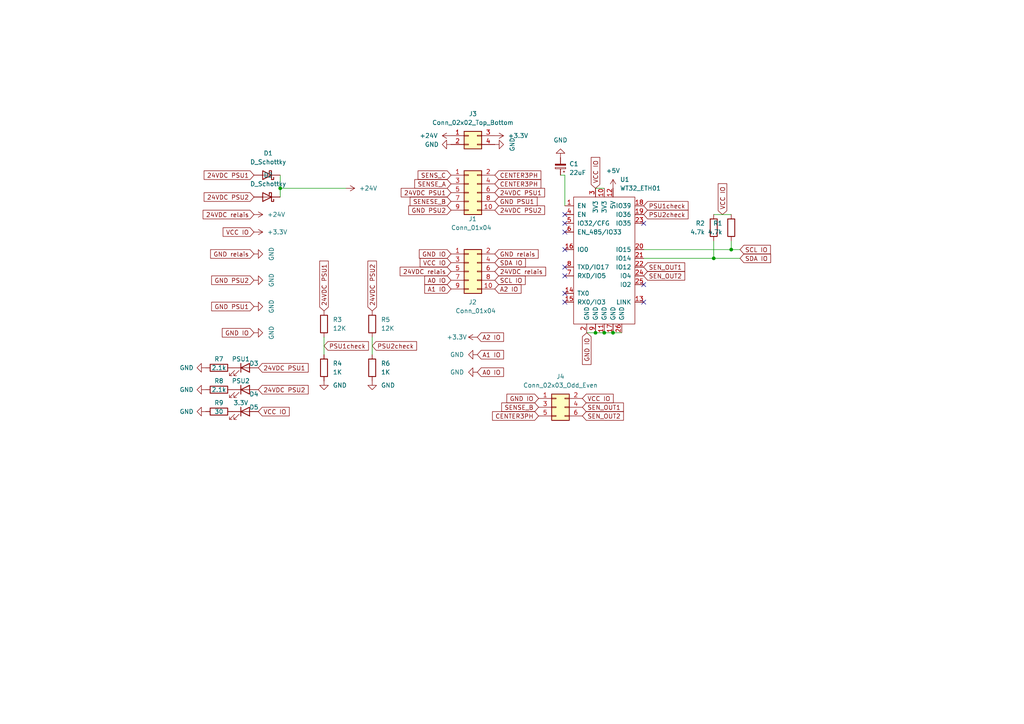
<source format=kicad_sch>
(kicad_sch (version 20211123) (generator eeschema)
  (paper "A4")
  (lib_symbols
    (symbol "Connector_Generic:Conn_02x02_Top_Bottom" (pin_names (offset 1.016) hide)
      (property "Reference" "J" (at 1.27 2.54 0))
      (property "Value" "Conn_02x02_Top_Bottom" (at 1.27 -5.08 0))
      (symbol "Conn_02x02_Top_Bottom_1_1"
        (rectangle (start -1.27 -2.413) (end 0 -2.667) (stroke (width 0.1524)))
        (rectangle (start -1.27 0.127) (end 0 -0.127) (stroke (width 0.1524)))
        (rectangle (start -1.27 1.27) (end 3.81 -3.81) (stroke (width 0.254)) (fill (type background)))
        (rectangle (start 3.81 -2.413) (end 2.54 -2.667) (stroke (width 0.1524)))
        (rectangle (start 3.81 0.127) (end 2.54 -0.127) (stroke (width 0.1524)))
        (pin passive line (at -5.08 0 0) (length 3.81) (name "Pin_1") (number "1"))
        (pin passive line (at -5.08 -2.54 0) (length 3.81) (name "Pin_2") (number "2"))
        (pin passive line (at 7.62 0 180) (length 3.81) (name "Pin_3") (number "3"))
        (pin passive line (at 7.62 -2.54 180) (length 3.81) (name "Pin_4") (number "4"))
      )
    )
    (symbol "Connector_Generic:Conn_02x03_Odd_Even" (pin_names (offset 1.016) hide)
      (property "Reference" "J" (at 1.27 5.08 0))
      (property "Value" "Conn_02x03_Odd_Even" (at 1.27 -5.08 0))
      (symbol "Conn_02x03_Odd_Even_1_1"
        (rectangle (start -1.27 -2.413) (end 0 -2.667) (stroke (width 0.1524)))
        (rectangle (start -1.27 0.127) (end 0 -0.127) (stroke (width 0.1524)))
        (rectangle (start -1.27 2.667) (end 0 2.413) (stroke (width 0.1524)))
        (rectangle (start -1.27 3.81) (end 3.81 -3.81) (stroke (width 0.254)) (fill (type background)))
        (rectangle (start 3.81 -2.413) (end 2.54 -2.667) (stroke (width 0.1524)))
        (rectangle (start 3.81 0.127) (end 2.54 -0.127) (stroke (width 0.1524)))
        (rectangle (start 3.81 2.667) (end 2.54 2.413) (stroke (width 0.1524)))
        (pin passive line (at -5.08 2.54 0) (length 3.81) (name "Pin_1") (number "1"))
        (pin passive line (at 7.62 2.54 180) (length 3.81) (name "Pin_2") (number "2"))
        (pin passive line (at -5.08 0 0) (length 3.81) (name "Pin_3") (number "3"))
        (pin passive line (at 7.62 0 180) (length 3.81) (name "Pin_4") (number "4"))
        (pin passive line (at -5.08 -2.54 0) (length 3.81) (name "Pin_5") (number "5"))
        (pin passive line (at 7.62 -2.54 180) (length 3.81) (name "Pin_6") (number "6"))
      )
    )
    (symbol "Connector_Generic:Conn_02x05_Odd_Even" (pin_names (offset 1.016) hide)
      (property "Reference" "J" (at 1.27 7.62 0))
      (property "Value" "Conn_02x05_Odd_Even" (at 1.27 -7.62 0))
      (symbol "Conn_02x05_Odd_Even_1_1"
        (rectangle (start -1.27 -4.953) (end 0 -5.207) (stroke (width 0.1524)))
        (rectangle (start -1.27 -2.413) (end 0 -2.667) (stroke (width 0.1524)))
        (rectangle (start -1.27 0.127) (end 0 -0.127) (stroke (width 0.1524)))
        (rectangle (start -1.27 2.667) (end 0 2.413) (stroke (width 0.1524)))
        (rectangle (start -1.27 5.207) (end 0 4.953) (stroke (width 0.1524)))
        (rectangle (start -1.27 6.35) (end 3.81 -6.35) (stroke (width 0.254)) (fill (type background)))
        (rectangle (start 3.81 -4.953) (end 2.54 -5.207) (stroke (width 0.1524)))
        (rectangle (start 3.81 -2.413) (end 2.54 -2.667) (stroke (width 0.1524)))
        (rectangle (start 3.81 0.127) (end 2.54 -0.127) (stroke (width 0.1524)))
        (rectangle (start 3.81 2.667) (end 2.54 2.413) (stroke (width 0.1524)))
        (rectangle (start 3.81 5.207) (end 2.54 4.953) (stroke (width 0.1524)))
        (pin passive line (at -5.08 5.08 0) (length 3.81) (name "Pin_1") (number "1"))
        (pin passive line (at 7.62 -5.08 180) (length 3.81) (name "Pin_10") (number "10"))
        (pin passive line (at 7.62 5.08 180) (length 3.81) (name "Pin_2") (number "2"))
        (pin passive line (at -5.08 2.54 0) (length 3.81) (name "Pin_3") (number "3"))
        (pin passive line (at 7.62 2.54 180) (length 3.81) (name "Pin_4") (number "4"))
        (pin passive line (at -5.08 0 0) (length 3.81) (name "Pin_5") (number "5"))
        (pin passive line (at 7.62 0 180) (length 3.81) (name "Pin_6") (number "6"))
        (pin passive line (at -5.08 -2.54 0) (length 3.81) (name "Pin_7") (number "7"))
        (pin passive line (at 7.62 -2.54 180) (length 3.81) (name "Pin_8") (number "8"))
        (pin passive line (at -5.08 -5.08 0) (length 3.81) (name "Pin_9") (number "9"))
      )
    )
    (symbol "Device:C_Polarized_Small" (pin_numbers hide) (pin_names (offset 0.254) hide)
      (property "Reference" "C" (at 0.254 1.778 0))
      (property "Value" "C_Polarized_Small" (at 0.254 -2.032 0))
      (symbol "C_Polarized_Small_0_1"
        (rectangle (start -1.524 -0.3048) (end 1.524 -0.6858) (fill (type outline)))
        (rectangle (start -1.524 0.6858) (end 1.524 0.3048))
        (polyline (pts (xy -1.27 1.524) (xy -0.762 1.524)))
        (polyline (pts (xy -1.016 1.27) (xy -1.016 1.778)))
      )
      (symbol "C_Polarized_Small_1_1"
        (pin passive line (at 0 2.54 270) (length 1.8542) (name "~") (number "1"))
        (pin passive line (at 0 -2.54 90) (length 1.8542) (name "~") (number "2"))
      )
    )
    (symbol "Device:D_Schottky" (pin_numbers hide) (pin_names (offset 1.016) hide)
      (property "Reference" "D" (at 0 2.54 0))
      (property "Value" "D_Schottky" (at 0 -2.54 0))
      (symbol "D_Schottky_0_1"
        (polyline (pts (xy 1.27 0) (xy -1.27 0)))
        (polyline (pts (xy 1.27 1.27) (xy 1.27 -1.27) (xy -1.27 0) (xy 1.27 1.27)) (stroke (width 0.254)))
        (polyline (pts (xy -1.905 0.635) (xy -1.905 1.27) (xy -1.27 1.27) (xy -1.27 -1.27) (xy -0.635 -1.27) (xy -0.635 -0.635)) (stroke (width 0.254)))
      )
      (symbol "D_Schottky_1_1"
        (pin passive line (at -3.81 0 0) (length 2.54) (name "K") (number "1"))
        (pin passive line (at 3.81 0 180) (length 2.54) (name "A") (number "2"))
      )
    )
    (symbol "Device:LED" (pin_numbers hide) (pin_names (offset 1.016) hide)
      (property "Reference" "D" (at 0 2.54 0))
      (property "Value" "LED" (at 0 -2.54 0))
      (symbol "LED_0_1"
        (polyline (pts (xy -1.27 -1.27) (xy -1.27 1.27)) (stroke (width 0.254)))
        (polyline (pts (xy -1.27 0) (xy 1.27 0)))
        (polyline (pts (xy 1.27 -1.27) (xy 1.27 1.27) (xy -1.27 0) (xy 1.27 -1.27)) (stroke (width 0.254)))
        (polyline (pts (xy -3.048 -0.762) (xy -4.572 -2.286) (xy -3.81 -2.286) (xy -4.572 -2.286) (xy -4.572 -1.524)))
        (polyline (pts (xy -1.778 -0.762) (xy -3.302 -2.286) (xy -2.54 -2.286) (xy -3.302 -2.286) (xy -3.302 -1.524)))
      )
      (symbol "LED_1_1"
        (pin passive line (at -3.81 0 0) (length 2.54) (name "K") (number "1"))
        (pin passive line (at 3.81 0 180) (length 2.54) (name "A") (number "2"))
      )
    )
    (symbol "Device:R" (pin_numbers hide) (pin_names (offset 0))
      (property "Reference" "R" (at 2.032 0 90))
      (property "Value" "R" (at 0 0 90))
      (symbol "R_0_1"
        (rectangle (start -1.016 -2.54) (end 1.016 2.54) (stroke (width 0.254)))
      )
      (symbol "R_1_1"
        (pin passive line (at 0 3.81 270) (length 1.27) (name "~") (number "1"))
        (pin passive line (at 0 -3.81 90) (length 1.27) (name "~") (number "2"))
      )
    )
    (symbol "GND_1" (power) (pin_names (offset 0))
      (property "Value" "GND_1" (at 0 -3.81 0))
      (symbol "GND_1_0_1"
        (polyline (pts (xy 0 0) (xy 0 -1.27) (xy 1.27 -1.27) (xy 0 -2.54) (xy -1.27 -1.27) (xy 0 -1.27)))
      )
      (symbol "GND_1_1_1"
        (pin power_in line (at 0 0 270) (length 0) hide (name "GND") (number "1"))
      )
    )
    (symbol "haus-automatisierung:WT32_ETH01" (pin_names (offset 1.016))
      (property "Reference" "U" (at 5.08 -1.27 0))
      (property "Value" "WT32_ETH01" (at 5.08 -3.81 0))
      (symbol "WT32_ETH01_0_1"
        (rectangle (start -8.89 -6.35) (end 8.89 -43.18))
      )
      (symbol "WT32_ETH01_1_1"
        (pin input line (at -11.43 -8.89 0) (length 2.54) (name "EN") (number "1"))
        (pin power_in line (at 0 -3.81 270) (length 2.54) (name "3V3") (number "10"))
        (pin power_in line (at 0 -45.72 90) (length 2.54) (name "GND") (number "11"))
        (pin power_in line (at 2.54 -3.81 270) (length 2.54) (name "5V") (number "12"))
        (pin output line (at 11.43 -36.83 180) (length 2.54) (name "LINK") (number "13"))
        (pin input line (at -11.43 -34.29 0) (length 2.54) (name "TX0") (number "14"))
        (pin input line (at -11.43 -36.83 0) (length 2.54) (name "RX0/IO3") (number "15"))
        (pin input line (at -11.43 -21.59 0) (length 2.54) (name "IO0") (number "16"))
        (pin input line (at 2.54 -45.72 90) (length 2.54) (name "GND") (number "17"))
        (pin input line (at 11.43 -8.89 180) (length 2.54) (name "IO39") (number "18"))
        (pin input line (at 11.43 -11.43 180) (length 2.54) (name "IO36") (number "19"))
        (pin power_in line (at -5.08 -45.72 90) (length 2.54) (name "GND") (number "2"))
        (pin bidirectional line (at 11.43 -21.59 180) (length 2.54) (name "IO15") (number "20"))
        (pin bidirectional line (at 11.43 -24.13 180) (length 2.54) (name "IO14") (number "21"))
        (pin bidirectional line (at 11.43 -26.67 180) (length 2.54) (name "IO12") (number "22"))
        (pin input line (at 11.43 -13.97 180) (length 2.54) (name "IO35") (number "23"))
        (pin bidirectional line (at 11.43 -29.21 180) (length 2.54) (name "IO4") (number "24"))
        (pin bidirectional line (at 11.43 -31.75 180) (length 2.54) (name "IO2") (number "25"))
        (pin input line (at 5.08 -45.72 90) (length 2.54) (name "GND") (number "26"))
        (pin power_in line (at -2.54 -3.81 270) (length 2.54) (name "3V3") (number "3"))
        (pin input line (at -11.43 -11.43 0) (length 2.54) (name "EN") (number "4"))
        (pin input line (at -11.43 -13.97 0) (length 2.54) (name "IO32/CFG") (number "5"))
        (pin input line (at -11.43 -16.51 0) (length 2.54) (name "EN_485/IO33") (number "6"))
        (pin input line (at -11.43 -29.21 0) (length 2.54) (name "RXD/IO5") (number "7"))
        (pin input line (at -11.43 -26.67 0) (length 2.54) (name "TXD/IO17") (number "8"))
        (pin power_in line (at -2.54 -45.72 90) (length 2.54) (name "GND") (number "9"))
      )
    )
    (symbol "power:+24V" (power) (pin_names (offset 0))
      (property "Value" "+24V" (at 0 3.556 0))
      (symbol "+24V_0_1"
        (polyline (pts (xy -0.762 1.27) (xy 0 2.54)))
        (polyline (pts (xy 0 0) (xy 0 2.54)))
        (polyline (pts (xy 0 2.54) (xy 0.762 1.27)))
      )
      (symbol "+24V_1_1"
        (pin power_in line (at 0 0 90) (length 0) hide (name "+24V") (number "1"))
      )
    )
    (symbol "power:+3.3V" (power) (pin_names (offset 0))
      (property "Value" "+3.3V" (at 0 3.556 0))
      (symbol "+3.3V_0_1"
        (polyline (pts (xy -0.762 1.27) (xy 0 2.54)))
        (polyline (pts (xy 0 0) (xy 0 2.54)))
        (polyline (pts (xy 0 2.54) (xy 0.762 1.27)))
      )
      (symbol "+3.3V_1_1"
        (pin power_in line (at 0 0 90) (length 0) hide (name "+3.3V") (number "1"))
      )
    )
    (symbol "power:+5V" (power) (pin_names (offset 0))
      (property "Value" "+5V" (at 0 3.556 0))
      (symbol "+5V_0_1"
        (polyline (pts (xy -0.762 1.27) (xy 0 2.54)))
        (polyline (pts (xy 0 0) (xy 0 2.54)))
        (polyline (pts (xy 0 2.54) (xy 0.762 1.27)))
      )
      (symbol "+5V_1_1"
        (pin power_in line (at 0 0 90) (length 0) hide (name "+5V") (number "1"))
      )
    )
    (symbol "power:GND" (power) (pin_names (offset 0))
      (property "Value" "GND" (at 0 -3.81 0))
      (symbol "GND_0_1"
        (polyline (pts (xy 0 0) (xy 0 -1.27) (xy 1.27 -1.27) (xy 0 -2.54) (xy -1.27 -1.27) (xy 0 -1.27)))
      )
      (symbol "GND_1_1"
        (pin power_in line (at 0 0 270) (length 0) hide (name "GND") (number "1"))
      )
    )
  )
  (junction (at 212.09 72.39))
  (junction (at 207.01 74.93))
  (junction (at 175.26 96.52))
  (junction (at 81.28 54.61))
  (junction (at 172.72 96.52))
  (junction (at 177.8 96.52))
  (no_connect (at 163.83 64.77))
  (no_connect (at 163.83 80.01))
  (no_connect (at 163.83 77.47))
  (no_connect (at 163.83 72.39))
  (no_connect (at 163.83 85.09))
  (no_connect (at 163.83 87.63))
  (no_connect (at 186.69 87.63))
  (no_connect (at 163.83 62.23))
  (no_connect (at 163.83 67.31))
  (no_connect (at 186.69 82.55))
  (no_connect (at 186.69 64.77))
  (wire (pts (xy 175.26 96.52) (xy 177.8 96.52)))
  (wire (pts (xy 177.8 96.52) (xy 180.34 96.52)))
  (wire (pts (xy 214.63 72.39) (xy 212.09 72.39)))
  (wire (pts (xy 214.63 74.93) (xy 207.01 74.93)))
  (wire (pts (xy 163.83 50.8) (xy 162.56 50.8)))
  (wire (pts (xy 163.83 59.69) (xy 163.83 50.8)))
  (wire (pts (xy 172.72 96.52) (xy 175.26 96.52)))
  (wire (pts (xy 93.98 97.79) (xy 93.98 102.87)))
  (wire (pts (xy 81.28 54.61) (xy 100.33 54.61)))
  (wire (pts (xy 207.01 69.85) (xy 207.01 74.93)))
  (wire (pts (xy 81.28 50.8) (xy 81.28 54.61)))
  (wire (pts (xy 81.28 54.61) (xy 81.28 57.15)))
  (wire (pts (xy 186.69 74.93) (xy 207.01 74.93)))
  (wire (pts (xy 212.09 69.85) (xy 212.09 72.39)))
  (wire (pts (xy 107.95 97.79) (xy 107.95 102.87)))
  (wire (pts (xy 172.72 54.61) (xy 175.26 54.61)))
  (wire (pts (xy 170.18 96.52) (xy 172.72 96.52)))
  (wire (pts (xy 212.09 62.23) (xy 207.01 62.23)))
  (wire (pts (xy 186.69 72.39) (xy 212.09 72.39)))
  (global_label "PSU2check" (shape input) (at 107.95 100.33 0) (property "Intersheet References" "${INTERSHEET_REFS}" (effects hide)))
  (global_label "24VDC PSU1" (shape input) (at 73.66 50.8 180) (property "Intersheet References" "${INTERSHEET_REFS}" (effects hide)))
  (global_label "GND PSU1" (shape input) (at 73.66 88.9 180) (property "Intersheet References" "${INTERSHEET_REFS}" (effects hide)))
  (global_label "24VDC PSU1" (shape input) (at 93.98 90.17 90) (property "Intersheet References" "${INTERSHEET_REFS}" (effects hide)))
  (global_label "24VDC PSU2" (shape input) (at 107.95 90.17 90) (property "Intersheet References" "${INTERSHEET_REFS}" (effects hide)))
  (global_label "GND IO" (shape input) (at 170.18 96.52 270) (property "Intersheet References" "${INTERSHEET_REFS}" (effects hide)))
  (global_label "SCL IO" (shape input) (at 214.63 72.39 0) (property "Intersheet References" "${INTERSHEET_REFS}" (effects hide)))
  (global_label "24VDC PSU1" (shape input) (at 143.51 55.88 0) (property "Intersheet References" "${INTERSHEET_REFS}" (effects hide)))
  (global_label "A0 IO" (shape input) (at 138.43 107.95 0) (property "Intersheet References" "${INTERSHEET_REFS}" (effects hide)))
  (global_label "SEN_OUT2" (shape input) (at 168.91 120.65 0) (property "Intersheet References" "${INTERSHEET_REFS}" (effects hide)))
  (global_label "24VDC PSU2" (shape input) (at 74.93 113.03 0) (property "Intersheet References" "${INTERSHEET_REFS}" (effects hide)))
  (global_label "SCL IO" (shape input) (at 143.51 81.28 0) (property "Intersheet References" "${INTERSHEET_REFS}" (effects hide)))
  (global_label "VCC IO" (shape input) (at 172.72 54.61 90) (property "Intersheet References" "${INTERSHEET_REFS}" (effects hide)))
  (global_label "24VDC relais" (shape input) (at 73.66 62.23 180) (property "Intersheet References" "${INTERSHEET_REFS}" (effects hide)))
  (global_label "GND PSU1" (shape input) (at 143.51 58.42 0) (property "Intersheet References" "${INTERSHEET_REFS}" (effects hide)))
  (global_label "CENTER3PH" (shape input) (at 143.51 50.8 0) (property "Intersheet References" "${INTERSHEET_REFS}" (effects hide)))
  (global_label "GND IO" (shape input) (at 156.21 115.57 180) (property "Intersheet References" "${INTERSHEET_REFS}" (effects hide)))
  (global_label "GND relais" (shape input) (at 143.51 73.66 0) (property "Intersheet References" "${INTERSHEET_REFS}" (effects hide)))
  (global_label "SDA IO" (shape input) (at 143.51 76.2 0) (property "Intersheet References" "${INTERSHEET_REFS}" (effects hide)))
  (global_label "SENSE_A" (shape input) (at 130.81 53.34 180) (property "Intersheet References" "${INTERSHEET_REFS}" (effects hide)))
  (global_label "SENS_C" (shape input) (at 130.81 50.8 180) (property "Intersheet References" "${INTERSHEET_REFS}" (effects hide)))
  (global_label "24VDC relais" (shape input) (at 130.81 78.74 180) (property "Intersheet References" "${INTERSHEET_REFS}" (effects hide)))
  (global_label "24VDC relais" (shape input) (at 143.51 78.74 0) (property "Intersheet References" "${INTERSHEET_REFS}" (effects hide)))
  (global_label "GND IO" (shape input) (at 130.81 73.66 180) (property "Intersheet References" "${INTERSHEET_REFS}" (effects hide)))
  (global_label "SEN_OUT2" (shape input) (at 186.69 80.01 0) (property "Intersheet References" "${INTERSHEET_REFS}" (effects hide)))
  (global_label "GND PSU2" (shape input) (at 130.81 60.96 180) (property "Intersheet References" "${INTERSHEET_REFS}" (effects hide)))
  (global_label "VCC IO" (shape input) (at 73.66 67.31 180) (property "Intersheet References" "${INTERSHEET_REFS}" (effects hide)))
  (global_label "A1 IO" (shape input) (at 138.43 102.87 0) (property "Intersheet References" "${INTERSHEET_REFS}" (effects hide)))
  (global_label "VCC IO" (shape input) (at 130.81 76.2 180) (property "Intersheet References" "${INTERSHEET_REFS}" (effects hide)))
  (global_label "VCC IO" (shape input) (at 168.91 115.57 0) (property "Intersheet References" "${INTERSHEET_REFS}" (effects hide)))
  (global_label "CENTER3PH" (shape input) (at 143.51 53.34 0) (property "Intersheet References" "${INTERSHEET_REFS}" (effects hide)))
  (global_label "SEN_OUT1" (shape input) (at 186.69 77.47 0) (property "Intersheet References" "${INTERSHEET_REFS}" (effects hide)))
  (global_label "GND IO" (shape input) (at 73.66 96.52 180) (property "Intersheet References" "${INTERSHEET_REFS}" (effects hide)))
  (global_label "SEN_OUT1" (shape input) (at 168.91 118.11 0) (property "Intersheet References" "${INTERSHEET_REFS}" (effects hide)))
  (global_label "24VDC PSU2" (shape input) (at 143.51 60.96 0) (property "Intersheet References" "${INTERSHEET_REFS}" (effects hide)))
  (global_label "24VDC PSU1" (shape input) (at 74.93 106.68 0) (property "Intersheet References" "${INTERSHEET_REFS}" (effects hide)))
  (global_label "VCC IO" (shape input) (at 209.55 62.23 90) (property "Intersheet References" "${INTERSHEET_REFS}" (effects hide)))
  (global_label "SDA IO" (shape input) (at 214.63 74.93 0) (property "Intersheet References" "${INTERSHEET_REFS}" (effects hide)))
  (global_label "VCC IO" (shape input) (at 74.93 119.38 0) (property "Intersheet References" "${INTERSHEET_REFS}" (effects hide)))
  (global_label "GND PSU2" (shape input) (at 73.66 81.28 180) (property "Intersheet References" "${INTERSHEET_REFS}" (effects hide)))
  (global_label "PSU1check" (shape input) (at 186.69 59.69 0) (property "Intersheet References" "${INTERSHEET_REFS}" (effects hide)))
  (global_label "SENESE_B" (shape input) (at 130.81 58.42 180) (property "Intersheet References" "${INTERSHEET_REFS}" (effects hide)))
  (global_label "PSU1check" (shape input) (at 93.98 100.33 0) (property "Intersheet References" "${INTERSHEET_REFS}" (effects hide)))
  (global_label "PSU2check" (shape input) (at 186.69 62.23 0) (property "Intersheet References" "${INTERSHEET_REFS}" (effects hide)))
  (global_label "24VDC PSU2" (shape input) (at 73.66 57.15 180) (property "Intersheet References" "${INTERSHEET_REFS}" (effects hide)))
  (global_label "SENSE_B" (shape input) (at 156.21 118.11 180) (property "Intersheet References" "${INTERSHEET_REFS}" (effects hide)))
  (global_label "A2 IO" (shape input) (at 138.43 97.79 0) (property "Intersheet References" "${INTERSHEET_REFS}" (effects hide)))
  (global_label "GND relais" (shape input) (at 73.66 73.66 180) (property "Intersheet References" "${INTERSHEET_REFS}" (effects hide)))
  (global_label "24VDC PSU1" (shape input) (at 130.81 55.88 180) (property "Intersheet References" "${INTERSHEET_REFS}" (effects hide)))
  (global_label "A1 IO" (shape input) (at 130.81 83.82 180) (property "Intersheet References" "${INTERSHEET_REFS}" (effects hide)))
  (global_label "A2 IO" (shape input) (at 143.51 83.82 0) (property "Intersheet References" "${INTERSHEET_REFS}" (effects hide)))
  (global_label "CENTER3PH" (shape input) (at 156.21 120.65 180) (property "Intersheet References" "${INTERSHEET_REFS}" (effects hide)))
  (global_label "A0 IO" (shape input) (at 130.81 81.28 180) (property "Intersheet References" "${INTERSHEET_REFS}" (effects hide)))
  (symbol (lib_id "Device:R") (at 212.09 66.04 0) (mirror y) (unit 1)
    (property "Reference" "R1" (at 209.55 64.7699 0) (effects (justify left)))
    (property "Value" "4.7k" (at 209.55 67.3099 0) (effects (justify left)))
    (property "Footprint" "Resistor_SMD:R_0805_2012Metric" (effects hide))
  )
  (symbol (lib_id "Device:R") (at 63.5 119.38 90) (unit 1)
    (property "Reference" "R9" (at 63.5 116.84 90))
    (property "Value" "30" (at 63.5 119.38 90))
    (property "Footprint" "Resistor_SMD:R_0805_2012Metric" (effects hide))
  )
  (symbol (lib_id "power:GND") (at 73.66 88.9 90) (unit 1)
    (property "Reference" "#PWR0113" (effects hide))
    (property "Value" "GND" (at 78.74 88.9 0))
  )
  (symbol (lib_id "power:GND") (at 59.69 106.68 270) (unit 1)
    (property "Reference" "#PWR0118" (effects hide))
    (property "Value" "GND" (at 52.07 106.68 90) (effects (justify left)))
  )
  (symbol (lib_id "Device:D_Schottky") (at 77.47 50.8 180) (unit 1)
    (property "Reference" "D1" (at 77.7875 44.45 0))
    (property "Value" "D_Schottky" (at 77.7875 46.99 0))
    (property "Footprint" "Diode_SMD:D_0805_2012Metric" (effects hide))
  )
  (symbol (lib_id "power:GND") (at 59.69 119.38 270) (unit 1)
    (property "Reference" "#PWR0116" (effects hide))
    (property "Value" "GND" (at 52.07 119.38 90) (effects (justify left)))
  )
  (symbol (lib_id "power:GND") (at 93.98 110.49 0) (unit 1)
    (property "Reference" "#PWR0115" (effects hide))
    (property "Value" "GND" (at 96.52 111.7599 0) (effects (justify left)))
  )
  (symbol (lib_id "power:+3.3V") (at 73.66 67.31 270) (unit 1)
    (property "Reference" "#PWR0110" (effects hide))
    (property "Value" "+3.3V" (at 77.47 67.3099 90) (effects (justify left)))
  )
  (symbol (lib_id "Connector_Generic:Conn_02x02_Top_Bottom") (at 135.89 39.37 0) (unit 1)
    (property "Reference" "J3" (at 137.16 33.02 0))
    (property "Value" "Conn_02x02_Top_Bottom" (at 137.16 35.56 0))
    (property "Footprint" "powerbar_pcb:mini_dc_stepdown" (effects hide))
  )
  (symbol (lib_id "power:GND") (at 138.43 102.87 270) (unit 1)
    (property "Reference" "#PWR01" (effects hide))
    (property "Value" "GND" (at 134.62 102.8699 90) (effects (justify right)))
  )
  (symbol (lib_id "Connector_Generic:Conn_02x05_Odd_Even") (at 135.89 55.88 0) (unit 1)
    (property "Reference" "J1" (at 135.89 63.5 0) (effects (justify left)))
    (property "Value" "Conn_01x04" (at 130.81 66.04 0) (effects (justify left)))
    (property "Footprint" "Connector_PinHeader_2.00mm:PinHeader_2x05_P2.00mm_Vertical" (effects hide))
  )
  (symbol (lib_id "Device:LED") (at 71.12 106.68 0) (unit 1)
    (property "Reference" "D3" (at 73.66 105.41 0))
    (property "Value" "PSU1" (at 69.85 104.14 0))
    (property "Footprint" "LED_SMD:LED_0805_2012Metric" (effects hide))
  )
  (symbol (lib_id "Connector_Generic:Conn_02x05_Odd_Even") (at 135.89 78.74 0) (unit 1)
    (property "Reference" "J2" (at 135.89 87.63 0) (effects (justify left)))
    (property "Value" "Conn_01x04" (at 132.08 90.17 0) (effects (justify left)))
    (property "Footprint" "Connector_PinHeader_2.00mm:PinHeader_2x05_P2.00mm_Vertical" (effects hide))
  )
  (symbol (lib_id "power:GND") (at 73.66 81.28 90) (unit 1)
    (property "Reference" "#PWR0103" (effects hide))
    (property "Value" "GND" (at 78.74 81.28 0))
  )
  (symbol (lib_id "Device:R") (at 63.5 106.68 90) (unit 1)
    (property "Reference" "R7" (at 63.5 104.14 90))
    (property "Value" "2.1k" (at 63.5 106.68 90))
    (property "Footprint" "Resistor_SMD:R_0805_2012Metric" (effects hide))
  )
  (symbol (lib_id "Device:C_Polarized_Small") (at 162.56 48.26 180) (unit 1)
    (property "Reference" "C1" (at 165.1 47.536 0) (effects (justify right)))
    (property "Value" "22uF" (at 165.1 50.076 0) (effects (justify right)))
    (property "Footprint" "Capacitor_THT:CP_Radial_D6.3mm_P2.50mm" (effects hide))
  )
  (symbol (lib_id "power:+24V") (at 100.33 54.61 270) (unit 1)
    (property "Reference" "#PWR0108" (effects hide))
    (property "Value" "+24V" (at 104.14 54.61 90) (effects (justify left)))
  )
  (symbol (lib_id "power:GND") (at 143.51 41.91 90) (unit 1)
    (property "Reference" "#PWR0105" (effects hide))
    (property "Value" "GND" (at 148.59 41.91 0))
  )
  (symbol (lib_name "GND_1") (lib_id "power:GND") (at 162.56 45.72 180) (unit 1)
    (property "Reference" "#PWR04" (effects hide))
    (property "Value" "GND" (at 162.56 40.64 0))
  )
  (symbol (lib_id "Device:R") (at 207.01 66.04 0) (unit 1)
    (property "Reference" "R2" (at 204.47 64.7699 0) (effects (justify right)))
    (property "Value" "4.7k" (at 204.47 67.3099 0) (effects (justify right)))
    (property "Footprint" "Resistor_SMD:R_0805_2012Metric" (effects hide))
  )
  (symbol (lib_id "power:+5V") (at 177.8 54.61 0) (unit 1)
    (property "Reference" "#PWR0107" (effects hide))
    (property "Value" "+5V" (at 177.8 49.53 0))
  )
  (symbol (lib_id "power:GND") (at 138.43 107.95 270) (unit 1)
    (property "Reference" "#PWR03" (effects hide))
    (property "Value" "GND" (at 134.62 107.9499 90) (effects (justify right)))
  )
  (symbol (lib_id "power:+3.3V") (at 138.43 97.79 90) (unit 1)
    (property "Reference" "#PWR02" (effects hide))
    (property "Value" "+3.3V" (at 129.54 97.79 90) (effects (justify right)))
  )
  (symbol (lib_id "power:GND") (at 73.66 96.52 90) (unit 1)
    (property "Reference" "#PWR0102" (effects hide))
    (property "Value" "GND" (at 78.74 96.52 0))
  )
  (symbol (lib_id "power:+24V") (at 73.66 62.23 270) (unit 1)
    (property "Reference" "#PWR0109" (effects hide))
    (property "Value" "+24V" (at 77.47 62.2299 90) (effects (justify left)))
  )
  (symbol (lib_id "Device:R") (at 93.98 106.68 0) (unit 1)
    (property "Reference" "R4" (at 96.52 105.4099 0) (effects (justify left)))
    (property "Value" "1K" (at 96.52 107.9499 0) (effects (justify left)))
    (property "Footprint" "Resistor_SMD:R_0805_2012Metric" (effects hide))
  )
  (symbol (lib_id "power:+24V") (at 130.81 39.37 90) (unit 1)
    (property "Reference" "#PWR0112" (effects hide))
    (property "Value" "+24V" (at 127 39.37 90) (effects (justify left)))
  )
  (symbol (lib_id "haus-automatisierung:WT32_ETH01") (at 175.26 50.8 0) (unit 1)
    (property "Reference" "U1" (at 179.8194 52.07 0) (effects (justify left)))
    (property "Value" "WT32_ETH01" (at 179.8194 54.61 0) (effects (justify left)))
    (property "Footprint" "powerbar_pcb:WT32_ETH01" (effects hide))
    (property "Datasheet" "http://www.wireless-tag.com/wp-content/uploads/2020/08/WT32-ETH01%E8%A7%84%E6%A0%BC%E4%B9%A6V1.2EN%EF%BC%88%E8%8B%B1%E6%96%87%EF%BC%89.pdf" (effects hide))
  )
  (symbol (lib_id "Device:D_Schottky") (at 77.47 57.15 180) (unit 1)
    (property "Reference" "D2" (at 77.7875 50.8 0))
    (property "Value" "D_Schottky" (at 77.7875 53.34 0))
    (property "Footprint" "Diode_SMD:D_0805_2012Metric" (effects hide))
  )
  (symbol (lib_id "power:GND") (at 59.69 113.03 270) (unit 1)
    (property "Reference" "#PWR0117" (effects hide))
    (property "Value" "GND" (at 52.07 113.03 90) (effects (justify left)))
  )
  (symbol (lib_id "power:+3.3V") (at 143.51 39.37 270) (unit 1)
    (property "Reference" "#PWR0106" (effects hide))
    (property "Value" "+3.3V" (at 147.32 39.3699 90) (effects (justify left)))
  )
  (symbol (lib_id "Device:LED") (at 71.12 113.03 0) (unit 1)
    (property "Reference" "D4" (at 73.66 114.3 0))
    (property "Value" "PSU2" (at 69.85 110.49 0))
    (property "Footprint" "LED_SMD:LED_0805_2012Metric" (effects hide))
  )
  (symbol (lib_id "Connector_Generic:Conn_02x03_Odd_Even") (at 161.29 118.11 0) (unit 1)
    (property "Reference" "J4" (at 162.56 109.22 0))
    (property "Value" "Conn_02x03_Odd_Even" (at 162.56 111.76 0))
    (property "Footprint" "Connector_PinHeader_2.54mm:PinHeader_2x03_P2.54mm_Vertical" (effects hide))
  )
  (symbol (lib_id "Device:R") (at 93.98 93.98 0) (unit 1)
    (property "Reference" "R3" (at 96.52 92.7099 0) (effects (justify left)))
    (property "Value" "12K" (at 96.52 95.2499 0) (effects (justify left)))
    (property "Footprint" "Resistor_SMD:R_0805_2012Metric" (effects hide))
  )
  (symbol (lib_id "power:GND") (at 130.81 41.91 270) (unit 1)
    (property "Reference" "#PWR0111" (effects hide))
    (property "Value" "GND" (at 123.19 41.91 90) (effects (justify left)))
  )
  (symbol (lib_id "power:GND") (at 73.66 73.66 90) (unit 1)
    (property "Reference" "#PWR0104" (effects hide))
    (property "Value" "GND" (at 78.74 73.66 0))
  )
  (symbol (lib_id "Device:R") (at 107.95 93.98 0) (unit 1)
    (property "Reference" "R5" (at 110.49 92.7099 0) (effects (justify left)))
    (property "Value" "12K" (at 110.49 95.2499 0) (effects (justify left)))
    (property "Footprint" "Resistor_SMD:R_0805_2012Metric" (effects hide))
  )
  (symbol (lib_id "Device:R") (at 107.95 106.68 0) (unit 1)
    (property "Reference" "R6" (at 110.49 105.4099 0) (effects (justify left)))
    (property "Value" "1K" (at 110.49 107.9499 0) (effects (justify left)))
    (property "Footprint" "Resistor_SMD:R_0805_2012Metric" (effects hide))
  )
  (symbol (lib_id "Device:LED") (at 71.12 119.38 0) (unit 1)
    (property "Reference" "D5" (at 73.66 118.11 0))
    (property "Value" "3.3V" (at 69.85 116.84 0))
    (property "Footprint" "LED_SMD:LED_0805_2012Metric" (effects hide))
  )
  (symbol (lib_id "power:GND") (at 107.95 110.49 0) (unit 1)
    (property "Reference" "#PWR0114" (effects hide))
    (property "Value" "GND" (at 110.49 111.7599 0) (effects (justify left)))
  )
  (symbol (lib_id "Device:R") (at 63.5 113.03 90) (unit 1)
    (property "Reference" "R8" (at 63.5 110.49 90))
    (property "Value" "2.1k" (at 63.5 113.03 90))
    (property "Footprint" "Resistor_SMD:R_0805_2012Metric" (effects hide))
  )
)
</source>
